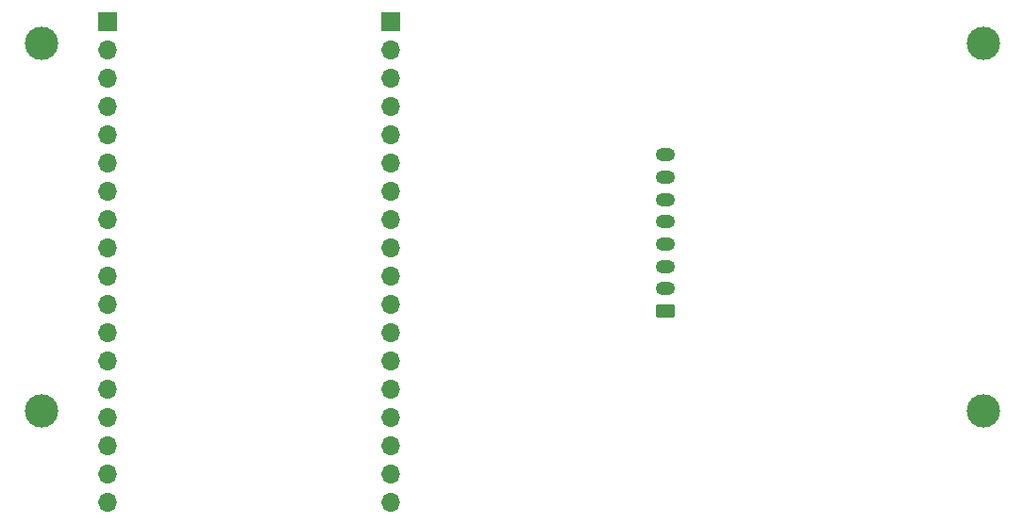
<source format=gbr>
G04 #@! TF.GenerationSoftware,KiCad,Pcbnew,(5.1.5)-3*
G04 #@! TF.CreationDate,2020-06-17T14:59:32+02:00*
G04 #@! TF.ProjectId,Tuerschild,54756572-7363-4686-996c-642e6b696361,rev?*
G04 #@! TF.SameCoordinates,Original*
G04 #@! TF.FileFunction,Soldermask,Bot*
G04 #@! TF.FilePolarity,Negative*
%FSLAX46Y46*%
G04 Gerber Fmt 4.6, Leading zero omitted, Abs format (unit mm)*
G04 Created by KiCad (PCBNEW (5.1.5)-3) date 2020-06-17 14:59:32*
%MOMM*%
%LPD*%
G04 APERTURE LIST*
%ADD10C,3.000000*%
%ADD11C,0.100000*%
%ADD12O,1.750000X1.200000*%
%ADD13O,1.700000X1.700000*%
%ADD14R,1.700000X1.700000*%
G04 APERTURE END LIST*
D10*
X114000000Y-77000000D03*
X198500000Y-110000000D03*
X198500000Y-77000000D03*
X114000000Y-110000000D03*
D11*
G36*
X170649505Y-100401204D02*
G01*
X170673773Y-100404804D01*
X170697572Y-100410765D01*
X170720671Y-100419030D01*
X170742850Y-100429520D01*
X170763893Y-100442132D01*
X170783599Y-100456747D01*
X170801777Y-100473223D01*
X170818253Y-100491401D01*
X170832868Y-100511107D01*
X170845480Y-100532150D01*
X170855970Y-100554329D01*
X170864235Y-100577428D01*
X170870196Y-100601227D01*
X170873796Y-100625495D01*
X170875000Y-100649999D01*
X170875000Y-101350001D01*
X170873796Y-101374505D01*
X170870196Y-101398773D01*
X170864235Y-101422572D01*
X170855970Y-101445671D01*
X170845480Y-101467850D01*
X170832868Y-101488893D01*
X170818253Y-101508599D01*
X170801777Y-101526777D01*
X170783599Y-101543253D01*
X170763893Y-101557868D01*
X170742850Y-101570480D01*
X170720671Y-101580970D01*
X170697572Y-101589235D01*
X170673773Y-101595196D01*
X170649505Y-101598796D01*
X170625001Y-101600000D01*
X169374999Y-101600000D01*
X169350495Y-101598796D01*
X169326227Y-101595196D01*
X169302428Y-101589235D01*
X169279329Y-101580970D01*
X169257150Y-101570480D01*
X169236107Y-101557868D01*
X169216401Y-101543253D01*
X169198223Y-101526777D01*
X169181747Y-101508599D01*
X169167132Y-101488893D01*
X169154520Y-101467850D01*
X169144030Y-101445671D01*
X169135765Y-101422572D01*
X169129804Y-101398773D01*
X169126204Y-101374505D01*
X169125000Y-101350001D01*
X169125000Y-100649999D01*
X169126204Y-100625495D01*
X169129804Y-100601227D01*
X169135765Y-100577428D01*
X169144030Y-100554329D01*
X169154520Y-100532150D01*
X169167132Y-100511107D01*
X169181747Y-100491401D01*
X169198223Y-100473223D01*
X169216401Y-100456747D01*
X169236107Y-100442132D01*
X169257150Y-100429520D01*
X169279329Y-100419030D01*
X169302428Y-100410765D01*
X169326227Y-100404804D01*
X169350495Y-100401204D01*
X169374999Y-100400000D01*
X170625001Y-100400000D01*
X170649505Y-100401204D01*
G37*
D12*
X170000000Y-99000000D03*
X170000000Y-97000000D03*
X170000000Y-95000000D03*
X170000000Y-93000000D03*
X170000000Y-91000000D03*
X170000000Y-89000000D03*
X170000000Y-87000000D03*
D13*
X120000000Y-118180000D03*
X120000000Y-115640000D03*
X120000000Y-113100000D03*
X120000000Y-110560000D03*
X120000000Y-108020000D03*
X120000000Y-105480000D03*
X120000000Y-102940000D03*
X120000000Y-100400000D03*
X120000000Y-97860000D03*
X120000000Y-95320000D03*
X120000000Y-92780000D03*
X120000000Y-90240000D03*
X120000000Y-87700000D03*
X120000000Y-85160000D03*
X120000000Y-82620000D03*
X120000000Y-80080000D03*
X120000000Y-77540000D03*
D14*
X120000000Y-75000000D03*
D13*
X145400000Y-118180000D03*
X145400000Y-115640000D03*
X145400000Y-113100000D03*
X145400000Y-110560000D03*
X145400000Y-108020000D03*
X145400000Y-105480000D03*
X145400000Y-102940000D03*
X145400000Y-100400000D03*
X145400000Y-97860000D03*
X145400000Y-95320000D03*
X145400000Y-92780000D03*
X145400000Y-90240000D03*
X145400000Y-87700000D03*
X145400000Y-85160000D03*
X145400000Y-82620000D03*
X145400000Y-80080000D03*
X145400000Y-77540000D03*
D14*
X145400000Y-75000000D03*
M02*

</source>
